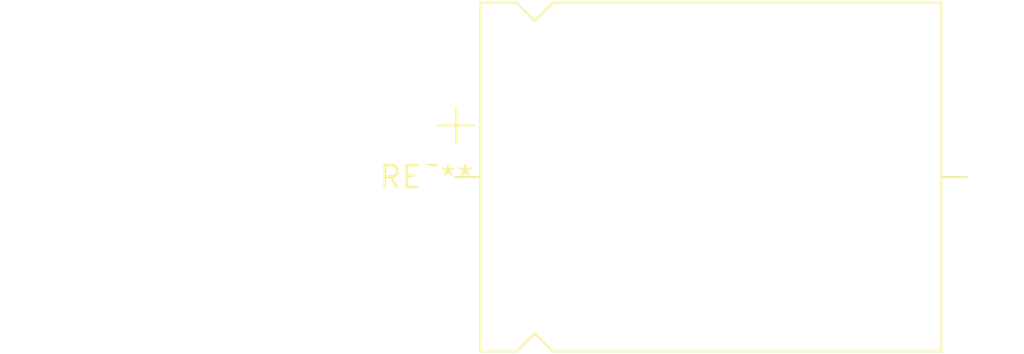
<source format=kicad_pcb>
(kicad_pcb (version 20240108) (generator pcbnew)
  (layers (0 "F.Cu" signal) (31 "B.Cu" signal) (34 "B.Paste" user) (35 "F.Paste" user) (36 "B.SilkS" user "B.Silkscreen") (37 "F.SilkS" user "F.Silkscreen") (38 "B.Mask" user) (39 "F.Mask" user) (44 "Edge.Cuts" user))
  (net 0 "")
  (footprint "CP_Axial_L26.5mm_D20.0mm_P33.00mm_Horizontal" (layer "F.Cu") (at 0 0)
    (property "Reference" "REF**")
    (property "Value" "CP_Axial_L26.5mm_D20.0mm_P33.00mm_Horizontal")
    (fp_line (start 0.68 -3) (end 2.78 -3) (layer "F.SilkS") (stroke (width 0.12)))
    (fp_line (start 1.64 0) (end 3.13 0) (layer "F.SilkS") (stroke (width 0.12)))
    (fp_line (start 1.73 -4.05) (end 1.73 -1.95) (layer "F.SilkS") (stroke (width 0.12)))
    (fp_line (start 3.13 -10.12) (end 3.13 10.12) (layer "F.SilkS") (stroke (width 0.12)))
    (fp_line (start 3.13 -10.12) (end 5.23 -10.12) (layer "F.SilkS") (stroke (width 0.12)))
    (fp_line (start 3.13 10.12) (end 5.23 10.12) (layer "F.SilkS") (stroke (width 0.12)))
    (fp_line (start 5.23 -10.12) (end 6.28 -9.07) (layer "F.SilkS") (stroke (width 0.12)))
    (fp_line (start 5.23 10.12) (end 6.28 9.07) (layer "F.SilkS") (stroke (width 0.12)))
    (fp_line (start 6.28 -9.07) (end 7.33 -10.12) (layer "F.SilkS") (stroke (width 0.12)))
    (fp_line (start 6.28 9.07) (end 7.33 10.12) (layer "F.SilkS") (stroke (width 0.12)))
    (fp_line (start 7.33 -10.12) (end 29.87 -10.12) (layer "F.SilkS") (stroke (width 0.12)))
    (fp_line (start 7.33 10.12) (end 29.87 10.12) (layer "F.SilkS") (stroke (width 0.12)))
    (fp_line (start 29.87 -10.12) (end 29.87 10.12) (layer "F.SilkS") (stroke (width 0.12)))
    (fp_line (start 31.36 0) (end 29.87 0) (layer "F.SilkS") (stroke (width 0.12)))
    (pad "1" thru_hole rect (at 0 0) (size 2.8 2.8) (drill 1.4) (layers *.Cu *.Mask) (remove_unused_layers))
    (pad "2" thru_hole oval (at 33 0) (size 2.8 2.8) (drill 1.4) (layers *.Cu *.Mask) (remove_unused_layers))
  )
)
</source>
